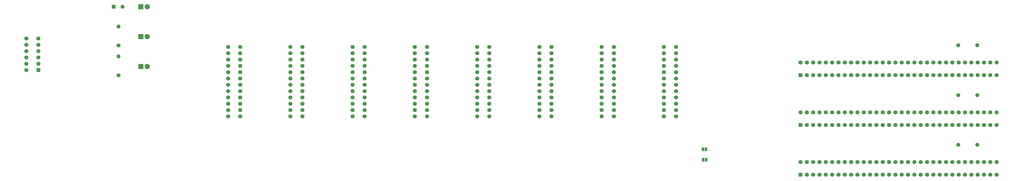
<source format=gbr>
%TF.GenerationSoftware,KiCad,Pcbnew,(6.0.7)*%
%TF.CreationDate,2023-09-04T09:41:36+01:00*%
%TF.ProjectId,CCC_rig_backplane,4343435f-7269-4675-9f62-61636b706c61,rev?*%
%TF.SameCoordinates,Original*%
%TF.FileFunction,Soldermask,Top*%
%TF.FilePolarity,Negative*%
%FSLAX46Y46*%
G04 Gerber Fmt 4.6, Leading zero omitted, Abs format (unit mm)*
G04 Created by KiCad (PCBNEW (6.0.7)) date 2023-09-04 09:41:36*
%MOMM*%
%LPD*%
G01*
G04 APERTURE LIST*
G04 Aperture macros list*
%AMFreePoly0*
4,1,22,0.500000,-0.750000,0.000000,-0.750000,0.000000,-0.745033,-0.079941,-0.743568,-0.215256,-0.701293,-0.333266,-0.622738,-0.424486,-0.514219,-0.481581,-0.384460,-0.499164,-0.250000,-0.500000,-0.250000,-0.500000,0.250000,-0.499164,0.250000,-0.499963,0.256109,-0.478152,0.396186,-0.417904,0.524511,-0.324060,0.630769,-0.204165,0.706417,-0.067858,0.745374,0.000000,0.744959,0.000000,0.750000,
0.500000,0.750000,0.500000,-0.750000,0.500000,-0.750000,$1*%
%AMFreePoly1*
4,1,20,0.000000,0.744959,0.073905,0.744508,0.209726,0.703889,0.328688,0.626782,0.421226,0.519385,0.479903,0.390333,0.500000,0.250000,0.500000,-0.250000,0.499851,-0.262216,0.476331,-0.402017,0.414519,-0.529596,0.319384,-0.634700,0.198574,-0.708877,0.061801,-0.746166,0.000000,-0.745033,0.000000,-0.750000,-0.500000,-0.750000,-0.500000,0.750000,0.000000,0.750000,0.000000,0.744959,
0.000000,0.744959,$1*%
G04 Aperture macros list end*
%ADD10C,1.638000*%
%ADD11C,1.600000*%
%ADD12O,1.600000X1.600000*%
%ADD13FreePoly0,180.000000*%
%ADD14FreePoly1,180.000000*%
%ADD15R,2.100000X2.100000*%
%ADD16C,2.100000*%
%ADD17R,1.650000X1.650000*%
%ADD18C,1.650000*%
%ADD19R,1.638000X1.638000*%
%ADD20R,1.600000X1.600000*%
G04 APERTURE END LIST*
D10*
%TO.C,J8*%
X272850000Y-63837600D03*
X267998000Y-63837600D03*
X272850000Y-61297600D03*
X267998000Y-61297600D03*
X272850000Y-58757600D03*
X267998000Y-58757600D03*
X272850000Y-56217600D03*
X267998000Y-56217600D03*
X272850000Y-53677600D03*
X267998000Y-53677600D03*
X272850000Y-51137600D03*
X267998000Y-51137600D03*
X272850000Y-48597600D03*
X267998000Y-48597600D03*
X272850000Y-46057600D03*
X267998000Y-46057600D03*
X272850000Y-43517600D03*
X267998000Y-43517600D03*
X272850000Y-40977600D03*
X267998000Y-40977600D03*
X272850000Y-38437600D03*
X267998000Y-38437600D03*
X272850000Y-35897600D03*
X267998000Y-35897600D03*
%TD*%
D11*
%TO.C,R4*%
X74000000Y-35310000D03*
D12*
X74000000Y-27690000D03*
%TD*%
D10*
%TO.C,J4*%
X197850000Y-63837600D03*
X192998000Y-63837600D03*
X197850000Y-61297600D03*
X192998000Y-61297600D03*
X197850000Y-58757600D03*
X192998000Y-58757600D03*
X197850000Y-56217600D03*
X192998000Y-56217600D03*
X197850000Y-53677600D03*
X192998000Y-53677600D03*
X197850000Y-51137600D03*
X192998000Y-51137600D03*
X197850000Y-48597600D03*
X192998000Y-48597600D03*
X197850000Y-46057600D03*
X192998000Y-46057600D03*
X197850000Y-43517600D03*
X192998000Y-43517600D03*
X197850000Y-40977600D03*
X192998000Y-40977600D03*
X197850000Y-38437600D03*
X192998000Y-38437600D03*
X197850000Y-35897600D03*
X192998000Y-35897600D03*
%TD*%
%TO.C,J3*%
X172850000Y-63837600D03*
X167998000Y-63837600D03*
X172850000Y-61297600D03*
X167998000Y-61297600D03*
X172850000Y-58757600D03*
X167998000Y-58757600D03*
X172850000Y-56217600D03*
X167998000Y-56217600D03*
X172850000Y-53677600D03*
X167998000Y-53677600D03*
X172850000Y-51137600D03*
X167998000Y-51137600D03*
X172850000Y-48597600D03*
X167998000Y-48597600D03*
X172850000Y-46057600D03*
X167998000Y-46057600D03*
X172850000Y-43517600D03*
X167998000Y-43517600D03*
X172850000Y-40977600D03*
X167998000Y-40977600D03*
X172850000Y-38437600D03*
X167998000Y-38437600D03*
X172850000Y-35897600D03*
X167998000Y-35897600D03*
%TD*%
%TO.C,J2*%
X147850000Y-63837600D03*
X142998000Y-63837600D03*
X147850000Y-61297600D03*
X142998000Y-61297600D03*
X147850000Y-58757600D03*
X142998000Y-58757600D03*
X147850000Y-56217600D03*
X142998000Y-56217600D03*
X147850000Y-53677600D03*
X142998000Y-53677600D03*
X147850000Y-51137600D03*
X142998000Y-51137600D03*
X147850000Y-48597600D03*
X142998000Y-48597600D03*
X147850000Y-46057600D03*
X142998000Y-46057600D03*
X147850000Y-43517600D03*
X142998000Y-43517600D03*
X147850000Y-40977600D03*
X142998000Y-40977600D03*
X147850000Y-38437600D03*
X142998000Y-38437600D03*
X147850000Y-35897600D03*
X142998000Y-35897600D03*
%TD*%
D13*
%TO.C,JP1*%
X310000000Y-81250000D03*
D14*
X308700000Y-81250000D03*
%TD*%
D15*
%TO.C,J14*%
X83000000Y-43750000D03*
D16*
X85500000Y-43750000D03*
%TD*%
D17*
%TO.C,J15*%
X347788800Y-47259500D03*
D18*
X350328800Y-47259500D03*
X352868800Y-47259500D03*
X355408800Y-47259500D03*
X357948800Y-47259500D03*
X360488800Y-47259500D03*
X363028800Y-47259500D03*
X365568800Y-47259500D03*
X368108800Y-47259500D03*
X370648800Y-47259500D03*
X373188800Y-47259500D03*
X375728800Y-47259500D03*
X378268800Y-47259500D03*
X380808800Y-47259500D03*
X383348800Y-47259500D03*
X385888800Y-47259500D03*
X388428800Y-47259500D03*
X390968800Y-47259500D03*
X393508800Y-47259500D03*
X396048800Y-47259500D03*
X398588800Y-47259500D03*
X401128800Y-47259500D03*
X403668800Y-47259500D03*
X406208800Y-47259500D03*
X408748800Y-47259500D03*
X411288800Y-47259500D03*
X413828800Y-47259500D03*
X416368800Y-47259500D03*
X418908800Y-47259500D03*
X421448800Y-47259500D03*
X423988800Y-47259500D03*
X426528800Y-47259500D03*
X426528800Y-42179500D03*
X423988800Y-42179500D03*
X421448800Y-42179500D03*
X418908800Y-42179500D03*
X416368800Y-42179500D03*
X413828800Y-42179500D03*
X411288800Y-42179500D03*
X408748800Y-42179500D03*
X406208800Y-42179500D03*
X403668800Y-42179500D03*
X401128800Y-42179500D03*
X398588800Y-42179500D03*
X396048800Y-42179500D03*
X393508800Y-42179500D03*
X390968800Y-42179500D03*
X388428800Y-42179500D03*
X385888800Y-42179500D03*
X383348800Y-42179500D03*
X380808800Y-42179500D03*
X378268800Y-42179500D03*
X375728800Y-42179500D03*
X373188800Y-42179500D03*
X370648800Y-42179500D03*
X368108800Y-42179500D03*
X365568800Y-42179500D03*
X363028800Y-42179500D03*
X360488800Y-42179500D03*
X357948800Y-42179500D03*
X355408800Y-42179500D03*
X352868800Y-42179500D03*
X350328800Y-42179500D03*
X347788800Y-42179500D03*
%TD*%
D15*
%TO.C,J13*%
X83000000Y-31750000D03*
D16*
X85500000Y-31750000D03*
%TD*%
D10*
%TO.C,J1*%
X122850000Y-63837600D03*
X117998000Y-63837600D03*
X122850000Y-61297600D03*
X117998000Y-61297600D03*
X122850000Y-58757600D03*
X117998000Y-58757600D03*
X122850000Y-56217600D03*
X117998000Y-56217600D03*
X122850000Y-53677600D03*
X117998000Y-53677600D03*
X122850000Y-51137600D03*
X117998000Y-51137600D03*
X122850000Y-48597600D03*
X117998000Y-48597600D03*
X122850000Y-46057600D03*
X117998000Y-46057600D03*
X122850000Y-43517600D03*
X117998000Y-43517600D03*
X122850000Y-40977600D03*
X117998000Y-40977600D03*
X122850000Y-38437600D03*
X117998000Y-38437600D03*
X122850000Y-35897600D03*
X117998000Y-35897600D03*
%TD*%
D11*
%TO.C,R3*%
X411190000Y-35250000D03*
D12*
X418810000Y-35250000D03*
%TD*%
D17*
%TO.C,J11*%
X347788800Y-87259500D03*
D18*
X350328800Y-87259500D03*
X352868800Y-87259500D03*
X355408800Y-87259500D03*
X357948800Y-87259500D03*
X360488800Y-87259500D03*
X363028800Y-87259500D03*
X365568800Y-87259500D03*
X368108800Y-87259500D03*
X370648800Y-87259500D03*
X373188800Y-87259500D03*
X375728800Y-87259500D03*
X378268800Y-87259500D03*
X380808800Y-87259500D03*
X383348800Y-87259500D03*
X385888800Y-87259500D03*
X388428800Y-87259500D03*
X390968800Y-87259500D03*
X393508800Y-87259500D03*
X396048800Y-87259500D03*
X398588800Y-87259500D03*
X401128800Y-87259500D03*
X403668800Y-87259500D03*
X406208800Y-87259500D03*
X408748800Y-87259500D03*
X411288800Y-87259500D03*
X413828800Y-87259500D03*
X416368800Y-87259500D03*
X418908800Y-87259500D03*
X421448800Y-87259500D03*
X423988800Y-87259500D03*
X426528800Y-87259500D03*
X426528800Y-82179500D03*
X423988800Y-82179500D03*
X421448800Y-82179500D03*
X418908800Y-82179500D03*
X416368800Y-82179500D03*
X413828800Y-82179500D03*
X411288800Y-82179500D03*
X408748800Y-82179500D03*
X406208800Y-82179500D03*
X403668800Y-82179500D03*
X401128800Y-82179500D03*
X398588800Y-82179500D03*
X396048800Y-82179500D03*
X393508800Y-82179500D03*
X390968800Y-82179500D03*
X388428800Y-82179500D03*
X385888800Y-82179500D03*
X383348800Y-82179500D03*
X380808800Y-82179500D03*
X378268800Y-82179500D03*
X375728800Y-82179500D03*
X373188800Y-82179500D03*
X370648800Y-82179500D03*
X368108800Y-82179500D03*
X365568800Y-82179500D03*
X363028800Y-82179500D03*
X360488800Y-82179500D03*
X357948800Y-82179500D03*
X355408800Y-82179500D03*
X352868800Y-82179500D03*
X350328800Y-82179500D03*
X347788800Y-82179500D03*
%TD*%
D17*
%TO.C,J10*%
X347788800Y-67259500D03*
D18*
X350328800Y-67259500D03*
X352868800Y-67259500D03*
X355408800Y-67259500D03*
X357948800Y-67259500D03*
X360488800Y-67259500D03*
X363028800Y-67259500D03*
X365568800Y-67259500D03*
X368108800Y-67259500D03*
X370648800Y-67259500D03*
X373188800Y-67259500D03*
X375728800Y-67259500D03*
X378268800Y-67259500D03*
X380808800Y-67259500D03*
X383348800Y-67259500D03*
X385888800Y-67259500D03*
X388428800Y-67259500D03*
X390968800Y-67259500D03*
X393508800Y-67259500D03*
X396048800Y-67259500D03*
X398588800Y-67259500D03*
X401128800Y-67259500D03*
X403668800Y-67259500D03*
X406208800Y-67259500D03*
X408748800Y-67259500D03*
X411288800Y-67259500D03*
X413828800Y-67259500D03*
X416368800Y-67259500D03*
X418908800Y-67259500D03*
X421448800Y-67259500D03*
X423988800Y-67259500D03*
X426528800Y-67259500D03*
X426528800Y-62179500D03*
X423988800Y-62179500D03*
X421448800Y-62179500D03*
X418908800Y-62179500D03*
X416368800Y-62179500D03*
X413828800Y-62179500D03*
X411288800Y-62179500D03*
X408748800Y-62179500D03*
X406208800Y-62179500D03*
X403668800Y-62179500D03*
X401128800Y-62179500D03*
X398588800Y-62179500D03*
X396048800Y-62179500D03*
X393508800Y-62179500D03*
X390968800Y-62179500D03*
X388428800Y-62179500D03*
X385888800Y-62179500D03*
X383348800Y-62179500D03*
X380808800Y-62179500D03*
X378268800Y-62179500D03*
X375728800Y-62179500D03*
X373188800Y-62179500D03*
X370648800Y-62179500D03*
X368108800Y-62179500D03*
X365568800Y-62179500D03*
X363028800Y-62179500D03*
X360488800Y-62179500D03*
X357948800Y-62179500D03*
X355408800Y-62179500D03*
X352868800Y-62179500D03*
X350328800Y-62179500D03*
X347788800Y-62179500D03*
%TD*%
D10*
%TO.C,J6*%
X222850000Y-63837600D03*
X217998000Y-63837600D03*
X222850000Y-61297600D03*
X217998000Y-61297600D03*
X222850000Y-58757600D03*
X217998000Y-58757600D03*
X222850000Y-56217600D03*
X217998000Y-56217600D03*
X222850000Y-53677600D03*
X217998000Y-53677600D03*
X222850000Y-51137600D03*
X217998000Y-51137600D03*
X222850000Y-48597600D03*
X217998000Y-48597600D03*
X222850000Y-46057600D03*
X217998000Y-46057600D03*
X222850000Y-43517600D03*
X217998000Y-43517600D03*
X222850000Y-40977600D03*
X217998000Y-40977600D03*
X222850000Y-38437600D03*
X217998000Y-38437600D03*
X222850000Y-35897600D03*
X217998000Y-35897600D03*
%TD*%
D19*
%TO.C,J5*%
X41875500Y-45217600D03*
D10*
X37024500Y-45217600D03*
X41875500Y-42677600D03*
X37024500Y-42677600D03*
X41875500Y-40137600D03*
X37024500Y-40137600D03*
X41875500Y-37597600D03*
X37024500Y-37597600D03*
X41875500Y-35057600D03*
X37024500Y-35057600D03*
X41875500Y-32517600D03*
X37024500Y-32517600D03*
%TD*%
D11*
%TO.C,R1*%
X411190000Y-55250000D03*
D12*
X418810000Y-55250000D03*
%TD*%
D10*
%TO.C,J9*%
X297850000Y-63837600D03*
X292998000Y-63837600D03*
X297850000Y-61297600D03*
X292998000Y-61297600D03*
X297850000Y-58757600D03*
X292998000Y-58757600D03*
X297850000Y-56217600D03*
X292998000Y-56217600D03*
X297850000Y-53677600D03*
X292998000Y-53677600D03*
X297850000Y-51137600D03*
X292998000Y-51137600D03*
X297850000Y-48597600D03*
X292998000Y-48597600D03*
X297850000Y-46057600D03*
X292998000Y-46057600D03*
X297850000Y-43517600D03*
X292998000Y-43517600D03*
X297850000Y-40977600D03*
X292998000Y-40977600D03*
X297850000Y-38437600D03*
X292998000Y-38437600D03*
X297850000Y-35897600D03*
X292998000Y-35897600D03*
%TD*%
D11*
%TO.C,R2*%
X411190000Y-75250000D03*
D12*
X418810000Y-75250000D03*
%TD*%
D20*
%TO.C,C1*%
X72097300Y-19750000D03*
D11*
X75597300Y-19750000D03*
%TD*%
D13*
%TO.C,JP2*%
X309900000Y-77000000D03*
D14*
X308600000Y-77000000D03*
%TD*%
D11*
%TO.C,R5*%
X74000000Y-47310000D03*
D12*
X74000000Y-39690000D03*
%TD*%
D15*
%TO.C,J12*%
X83000000Y-19750000D03*
D16*
X85500000Y-19750000D03*
%TD*%
D10*
%TO.C,J7*%
X247850000Y-63837600D03*
X242998000Y-63837600D03*
X247850000Y-61297600D03*
X242998000Y-61297600D03*
X247850000Y-58757600D03*
X242998000Y-58757600D03*
X247850000Y-56217600D03*
X242998000Y-56217600D03*
X247850000Y-53677600D03*
X242998000Y-53677600D03*
X247850000Y-51137600D03*
X242998000Y-51137600D03*
X247850000Y-48597600D03*
X242998000Y-48597600D03*
X247850000Y-46057600D03*
X242998000Y-46057600D03*
X247850000Y-43517600D03*
X242998000Y-43517600D03*
X247850000Y-40977600D03*
X242998000Y-40977600D03*
X247850000Y-38437600D03*
X242998000Y-38437600D03*
X247850000Y-35897600D03*
X242998000Y-35897600D03*
%TD*%
M02*

</source>
